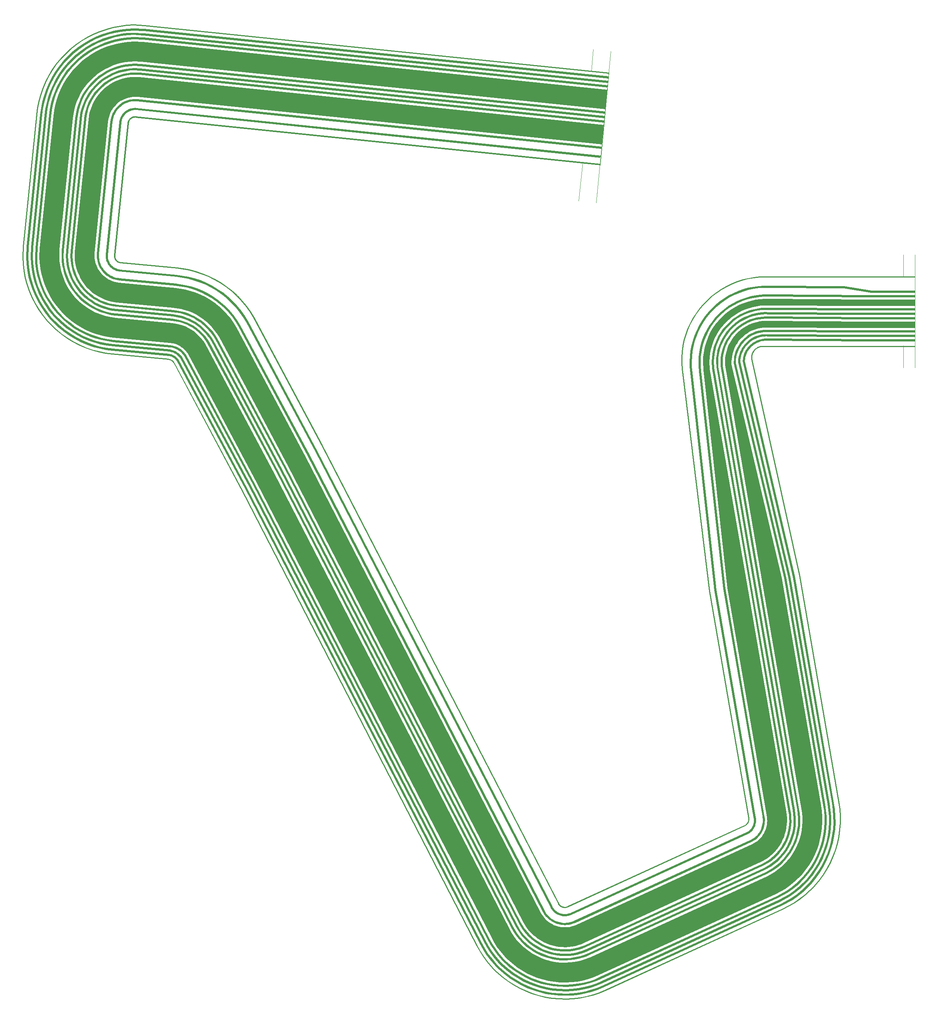
<source format=gbr>
G04 AutoGERB 2.0 for AutoCAD 14*
G04 RS274-X Output *
%FSLAX34Y34*%
%MOMM*%
%ADD12C,0.005000*%
%ADD13C,0.007000*%
G36*X2193843Y1606651D02*X2095245Y1606651D01*X2032752Y1616935*X1864091Y1617883*X1864120Y1622882*X2033175Y1621932*X2095654Y1611650*X2193843Y1611650*X2193843Y1606651*G37*G36*X1864091Y1617883D02*X1852265Y1617948D01*X1840549Y1617197*X1828914Y1615632*X1817415Y1613263*X1806110Y1610098*X1795052Y1606157*X1784295Y1601455*X1773891Y1596016*X1763890Y1589867*X1754341Y1583038*X1745290Y1575561*X1736781Y1567472*X1728856Y1558812*X1721551Y1549621*X1714903Y1539945*X1708945Y1529830*X1703704Y1519324*X1699207Y1508480*X1695474Y1497349*X1692525Y1485986*X1690373Y1474445*X1689029Y1462783*X1688500Y1451055*X1688786Y1439327*X1690208Y1425272*X1744671Y934153*X1833455Y419206*X1828528Y418357*X1739718Y933452*X1685235Y1424745*X1683793Y1439014*X1683497Y1451106*X1684042Y1463182*X1685426Y1475190*X1687642Y1487073*X1690679Y1498774*X1694522Y1510235*X1699153Y1521401*X1704548Y1532217*X1710684Y1542632*X1717528Y1552596*X1725049Y1562059*X1733210Y1570977*X1741971Y1579304*X1751290Y1587003*X1761123Y1594036*X1771420Y1600367*X1782132Y1605966*X1793209Y1610808*X1804595Y1614867*X1816236Y1618124*X1828075Y1620565*X1840056Y1622176*X1852118Y1622949*X1864119Y1622882*X1864091Y1617883*G37*G36*X1833454Y419213D02*X1833854Y416934D01*X1834103Y414544*X1834185Y412144*X1834100Y409744*X1833849Y407356*X1833431Y404991*X1832851Y402661*X1832109Y400376*X1831212Y398150*X1830161Y395990*X1828963Y393909*X1827622Y391916*X1826146Y390021*X1824542Y388234*X1822818Y386563*X1820982Y385016*X1819014Y383578*X1815313Y381397*X1415766Y198547*X1413471Y197594*X1411078Y196791*X1408632Y196155*X1406150Y195691*X1403640Y195401*X1401118Y195286*X1398593Y195346*X1396077Y195583*X1393584Y195994*X1391127Y196577*X1388716Y197329*X1386363Y198247*X1384079Y199327*X1381875Y200563*X1379764Y201949*X1377754Y203479*X1375856Y205144*X1374077Y206938*X1372427Y208852*X1370915Y210874*X1369541Y213006*X1368114Y215652*X836140Y1246435*X679193Y1539851*X671802Y1551958*X663596Y1563509*X654605Y1574461*X644876Y1584762*X634454Y1594361*X623389Y1603212*X611736Y1611272*X599550Y1618502*X586891Y1624868*X573820Y1630338*X560400Y1634885*X546732Y1638478*X520629Y1642629*X393451Y1654541*X390988Y1654861*X388513Y1655359*X386077Y1656028*X383693Y1656866*X381375Y1657867*X379131Y1659026*X376973Y1660339*X374913Y1661799*X372958Y1663398*X371119Y1665130*X369405Y1666985*X367825Y1668955*X366385Y1671031*X365093Y1673201*X363955Y1675456*X362977Y1677784*X362163Y1680175*X361516Y1682617*X361043Y1685098*X360742Y1687605*X360615Y1690147*X360739Y1693705*X391358Y1992292*X391655Y1994736*X392133Y1997215*X392783Y1999656*X393600Y2002045*X394582Y2004372*X395724Y2006625*X397019Y2008792*X398461Y2010865*X400045Y2012833*X401762Y2014685*X403603Y2016414*X405560Y2018010*X407623Y2019466*X409782Y2020775*X412027Y2021931*X414348Y2022929*X416732Y2023761*X419168Y2024427*X421645Y2024921*X424149Y2025242*X426694Y2025390*X430533Y2025272*X1481925Y1917440*X1481414Y1912467*X430200Y2020279*X426761Y2020385*X424612Y2020261*X422452Y2019984*X420317Y2019558*X418217Y2018984*X416161Y2018266*X414162Y2017406*X412225Y2016410*X410364Y2015281*X408585Y2014025*X406898Y2012649*X405311Y2011158*X403830Y2009562*X402466Y2007866*X401222Y2006079*X400105Y2004210*X399121Y2002267*X398275Y2000262*X397570Y1998201*X397010Y1996098*X396598Y1993959*X396327Y1991735*X365730Y1693362*X365620Y1690184*X365727Y1688028*X365986Y1685865*X366395Y1683728*X366952Y1681622*X367654Y1679561*X368498Y1677553*X369478Y1675608*X370592Y1673738*X371834Y1671948*X373196Y1670250*X374674Y1668651*X376259Y1667157*X377944Y1665778*X379722Y1664520*X381582Y1663387*X383516Y1662388*X385516Y1661525*X387570Y1660803*X389670Y1660226*X391805Y1659796*X394006Y1659510*X521256Y1647592*X547763Y1643377*X561839Y1639676*X575589Y1635017*X588982Y1629413*X601951Y1622891*X614437Y1615483*X626376Y1607225*X637713Y1598156*X648391Y1588321*X658360Y1577768*X667571Y1566546*X675979Y1554711*X683534Y1542334*X840567Y1248760*X1372537Y217985*X1373850Y215551*X1375024Y213729*X1376328Y211985*X1377750Y210335*X1379283Y208789*X1380921Y207352*X1382653Y206034*X1384474Y204838*X1386374Y203772*X1388342Y202842*X1390371Y202050*X1392450Y201402*X1394569Y200899*X1396718Y200544*X1398886Y200341*X1401063Y200289*X1403239Y200388*X1405403Y200638*X1407543Y201038*X1409651Y201586*X1411716Y202279*X1413767Y203130*X1812998Y385836*X1816263Y387761*X1817893Y388951*X1819463Y390274*X1820937Y391703*X1822309Y393232*X1823571Y394851*X1824716Y396556*X1825742Y398335*X1826639Y400181*X1827408Y402085*X1828042Y404038*X1828538Y406030*X1828894Y408053*X1829109Y410095*X1829182Y412147*X1829112Y414199*X1828899Y416241*X1828529Y418349*X1833454Y419213*G37*G36*X2193843Y1596651D02*X2084362Y1596651D01*X2084363Y1601650*X2193843Y1601650*X2193843Y1596651*G37*G36*X2084362Y1596651D02*X2083416Y1596651D01*X1863620Y1597886*X1863649Y1602885*X2083431Y1601650*X2084362Y1601650*X2084362Y1596651*G37*G36*X1863615Y1597886D02*X1853180Y1597966D01*X1842852Y1597327*X1832593Y1595970*X1822454Y1593904*X1812482Y1591138*X1802727Y1587685*X1793237Y1583561*X1784055Y1578788*X1775227Y1573387*X1766797Y1567386*X1758805Y1560814*X1751288Y1553700*X1744285Y1546083*X1737829Y1537996*X1731950Y1529480*X1726678Y1520575*X1722038Y1511325*X1718052Y1501776*X1714741Y1491972*X1712119Y1481961*X1710199Y1471792*X1708992Y1461515*X1708502Y1451179*X1708732Y1440836*X1709783Y1429715*X1764380Y937551*X1853108Y422929*X1848181Y422080*X1759427Y936850*X1704810Y1429204*X1703737Y1440545*X1703499Y1451242*X1704005Y1461926*X1705254Y1472549*X1707238Y1483060*X1709948Y1493407*X1713371Y1503541*X1717491Y1513412*X1722287Y1522972*X1727737Y1532177*X1733812Y1540979*X1740486Y1549338*X1747725Y1557213*X1755494Y1564565*X1763756Y1571359*X1772470Y1577562*X1781594Y1583143*X1791084Y1588078*X1800894Y1592340*X1810977Y1595909*X1821285Y1598769*X1831766Y1600905*X1842369Y1602306*X1853045Y1602967*X1863654Y1602885*X1863615Y1597886*G37*G36*X1853110Y422916D02*X1853721Y419260D01*X1854083Y415485*X1854183Y411693*X1854018Y407903*X1853591Y404134*X1852902Y400404*X1851955Y396730*X1850756Y393132*X1849308Y389626*X1847621Y386228*X1845701Y382957*X1843558Y379827*X1841203Y376853*X1838647Y374050*X1835902Y371432*X1832982Y369011*X1829871Y366779*X1823948Y363354*X1424081Y180358*X1420503Y178871*X1416789Y177624*X1412998Y176637*X1409147Y175917*X1405256Y175466*X1401342Y175287*X1397425Y175380*X1393524Y175747*X1389659Y176383*X1385846Y177286*X1382106Y178453*X1378457Y179876*X1374915Y181550*X1371498Y183467*X1368222Y185616*X1365104Y187987*X1362159Y190570*X1359399Y193352*X1356841Y196319*X1354494Y199456*X1352368Y202755*X1350245Y206668*X818435Y1237132*X661665Y1530216*X654987Y1541126*X647575Y1551534*X639456Y1561402*X630672Y1570681*X621263Y1579326*X611276Y1587296*X600758Y1594552*X589762Y1601060*X578340Y1606787*X566547Y1611705*X554440Y1615792*X542114Y1619018*X518769Y1622716*X391579Y1634629*X387736Y1635126*X383895Y1635899*X380118Y1636937*X376422Y1638234*X372824Y1639786*X369345Y1641584*X365997Y1643620*X362800Y1645883*X359768Y1648364*X356915Y1651049*X354257Y1653927*X351804Y1656981*X349571Y1660200*X347567Y1663566*X345801Y1667062*X344283Y1670674*X343020Y1674383*X342017Y1678169*X341281Y1682017*X340814Y1685907*X340617Y1689840*X340828Y1695595*X371448Y1994195*X371927Y1998023*X372681Y2001867*X373701Y2005648*X374981Y2009350*X376517Y2012954*X378299Y2016442*X380318Y2019798*X382568Y2023006*X385034Y2026049*X387706Y2028913*X390570Y2031585*X393614Y2034051*X396822Y2036299*X400178Y2038318*X403666Y2040101*X407270Y2041635*X410972Y2042915*X414754Y2043935*X418598Y2044688*X422485Y2045174*X426420Y2045389*X432423Y2045182*X1483966Y1937336*X1483455Y1932363*X432082Y2040191*X426471Y2040384*X422932Y2040191*X419389Y2039749*X415887Y2039062*X412441Y2038132*X409069Y2036966*X405785Y2035568*X402607Y2033945*X399549Y2032104*X396625Y2030056*X393853Y2027810*X391243Y2025376*X388809Y2022766*X386561Y2019993*X384513Y2017071*X382672Y2014013*X381048Y2010835*X379650Y2007551*X378484Y2004179*X377554Y2000732*X376866Y1997230*X376417Y1993630*X345819Y1695248*X345622Y1689873*X345799Y1686330*X346224Y1682786*X346896Y1679280*X347809Y1675830*X348960Y1672451*X350342Y1669161*X351952Y1665975*X353778Y1662907*X355813Y1659976*X358048Y1657192*X360470Y1654570*X363069Y1652123*X365831Y1649864*X368744Y1647801*X371794Y1645947*X374965Y1644309*X378243Y1642895*X381611Y1641712*X385052Y1640766*X388551Y1640063*X392134Y1639598*X519394Y1627679*X543141Y1623917*X555875Y1620585*X568312Y1616386*X580425Y1611334*X592159Y1605451*X603455Y1598767*X614259Y1591313*X624518Y1583125*X634183Y1574244*X643207Y1564713*X651546Y1554577*X659160Y1543885*X666006Y1532703*X822862Y1239457*X1354664Y209007*X1356673Y205306*X1358603Y202311*X1360740Y199452*X1363072Y196749*X1365586Y194215*X1368269Y191862*X1371111Y189701*X1374095Y187742*X1377208Y185997*X1380436Y184471*X1383761Y183174*X1387169Y182111*X1390642Y181288*X1394165Y180708*X1397718Y180375*X1401287Y180290*X1404853Y180453*X1408398Y180864*X1411907Y181520*X1415362Y182419*X1418746Y183556*X1422082Y184941*X1821651Y367801*X1827156Y370984*X1829925Y372972*X1832577Y375171*X1835070Y377549*X1837392Y380094*X1839531Y382794*X1841476Y385638*X1843220Y388609*X1844753Y391695*X1846067Y394879*X1847156Y398147*X1848017Y401483*X1848642Y404871*X1849031Y408294*X1849180Y411736*X1849090Y415180*X1848760Y418609*X1848179Y422093*X1853110Y422916*G37*G36*X2193843Y1496651D02*X2084460Y1496651D01*X2084461Y1501650*X2193843Y1501650*X2193843Y1496651*G37*G36*X2084460Y1496651D02*X2083033Y1496651D01*X1860686Y1497900*X1857176Y1498021*X1853789Y1497901*X1850418Y1497546*X1847079Y1496958*X1843790Y1496139*X1840567Y1495092*X1837423Y1493825*X1834375Y1492342*X1831437Y1490650*X1828625Y1488759*X1825951Y1486676*X1823428Y1484413*X1821069Y1481979*X1818884Y1479387*X1816886Y1476649*X1815081Y1473780*X1813482Y1470791*X1812094Y1467699*X1810924Y1464518*X1809979Y1461263*X1809269Y1457985*X1808587Y1452061*X1922029Y964882*X2010521Y451626*X2012750Y436929*X2013957Y422051*X2014126Y407126*X2013256Y392224*X2011353Y377418*X2008424Y362782*X2004485Y348384*X1999553Y334295*X1993655Y320584*X1986816Y307315*X1979072Y294554*X1970458Y282363*X1961018Y270800*X1950797Y259922*X1939843Y249781*X1928211Y240426*X1915927Y231881*X1892035Y218555*X1490630Y34854*X1476772Y29092*X1462506Y24293*X1447941Y20499*X1433146Y17726*X1418195Y15990*X1403160Y15297*X1388113Y15651*X1373126Y17051*X1358274Y19491*X1343627Y22956*X1329256Y27432*X1315232Y32897*X1301621Y39323*X1288490Y46681*X1275904Y54934*X1263921Y64042*X1252601Y73962*X1241998Y84645*X1232164Y96039*X1223146Y108090*X1214987Y120740*X1207594Y134199*X676794Y1162706*X521881Y1452318*X520988Y1453658*X519983Y1454958*X518890Y1456186*X517714Y1457336*X516462Y1458400*X515139Y1459374*X513749Y1460255*X512303Y1461037*X510807Y1461716*X509266Y1462289*X507689Y1462754*X506097Y1463105*X503921Y1463406*X376622Y1475329*X361738Y1477253*X346981Y1480216*X332466Y1484198*X318263Y1489178*X304441Y1495136*X291066Y1502040*X278205Y1509857*X265918Y1518550*X254265Y1528076*X243302Y1538389*X233084Y1549440*X223659Y1561176*X215073Y1573537*X207366Y1586466*X200579Y1599900*X194741Y1613773*X189883Y1628019*X186028Y1642568*X183193Y1657349*X181393Y1672293*X180635Y1687351*X181589Y1711188*X212214Y2009848*X214168Y2024719*X217161Y2039470*X221172Y2053977*X226183Y2068169*X232169Y2081978*X239100Y2095338*X246944Y2108183*X255663Y2120452*X265212Y2132084*X275549Y2143025*X286621Y2153220*X298375Y2162620*X310754Y2171180*X323699Y2178859*X337146Y2185619*X351032Y2191427*X365287Y2196255*X379843Y2200082*X394631Y2202885*X409577Y2204653*X424635Y2205380*X448019Y2204422*X1500290Y2096501*X1499779Y2091528*X447662Y2199433*X424654Y2200375*X409992Y2199668*X395392Y2197940*X380946Y2195201*X366726Y2191464*X352801Y2186748*X339237Y2181074*X326100Y2174470*X313455Y2166969*X301362Y2158607*X289880Y2149423*X279064Y2139464*X268967Y2128777*X259638Y2117413*X251121Y2105428*X243459Y2092881*X236688Y2079829*X230840Y2066340*X225945Y2052476*X222026Y2038305*X219103Y2023896*X217181Y2009267*X186578Y1710833*X185640Y1687376*X186378Y1672718*X188136Y1658120*X190905Y1643681*X194672Y1629468*X199418Y1615552*X205120Y1601999*X211751Y1588877*X219278Y1576246*X227666Y1564171*X236873Y1552707*X246855Y1541912*X257564Y1531837*X268947Y1522531*X280950Y1514040*X293515Y1506403*X306580Y1499659*X320082Y1493839*X333957Y1488973*X348136Y1485083*X362551Y1482190*X377175Y1480300*X504496Y1468373*X506978Y1468030*X508936Y1467599*X510847Y1467036*X512714Y1466341*X514528Y1465518*X516280Y1464570*X517962Y1463505*X519567Y1462323*X521085Y1461033*X522509Y1459641*X523834Y1458153*X525051Y1456577*X526176Y1454891*X681221Y1165031*X1212007Y136550*X1219284Y123301*X1227253Y110947*X1236063Y99174*X1245669Y88044*X1256028Y77607*X1267086Y67917*X1278791Y59019*X1291087Y50958*X1303914Y43770*X1317209Y37492*X1330909Y32155*X1344948Y27781*X1359255Y24396*X1373765Y22014*X1388404Y20646*X1403103Y20300*X1417792Y20977*X1432397Y22673*X1446848Y25382*X1461077Y29088*X1475013Y33775*X1488629Y39437*X1889774Y223018*X1913276Y236128*X1925214Y244431*X1936574Y253568*X1947272Y263473*X1957255Y274097*X1966475Y285390*X1974887Y297297*X1982451Y309760*X1989130Y322719*X1994892Y336112*X1999708Y349871*X2003555Y363933*X2006416Y378229*X2008275Y392689*X2009125Y407243*X2008960Y421820*X2007781Y436352*X2005586Y450827*X1917126Y963889*X1803520Y1451772*X1804330Y1458802*X1805128Y1462490*X1806171Y1466081*X1807461Y1469588*X1808991Y1472998*X1810756Y1476293*X1812745Y1479458*X1814949Y1482476*X1817358Y1485334*X1819959Y1488018*X1822742Y1490515*X1825690Y1492810*X1828792Y1494897*X1832030Y1496761*X1835392Y1498398*X1838858Y1499795*X1842413Y1500948*X1846040Y1501851*X1849721Y1502501*X1853438Y1502892*X1857173Y1503024*X1860787Y1502899*X2083048Y1501650*X2084460Y1501650*X2084460Y1496651*G37*G36*X2193843Y1506651D02*X2084451Y1506651D01*X2084452Y1511650*X2193843Y1511650*X2193843Y1506651*G37*G36*X2084451Y1506651D02*X2083072Y1506651D01*X1861052Y1507899*X1856853Y1508020*X1852771Y1507853*X1848710Y1507403*X1844691Y1506672*X1840732Y1505663*X1836853Y1504382*X1833073Y1502834*X1829409Y1501026*X1825879Y1498969*X1822502Y1496671*X1819293Y1494142*X1816266Y1491397*X1813438Y1488449*X1810823Y1485311*X1808431Y1481999*X1806276Y1478528*X1804368Y1474915*X1802715Y1471180*X1801326Y1467337*X1800207Y1463408*X1799365Y1459411*X1798805Y1455382*X1798504Y1449848*X1912174Y963184*X2000679Y449855*X2002809Y435847*X2003964Y421663*X2004130Y407433*X2003306Y393226*X2001497Y379110*X1998710Y365155*X1994959Y351427*X1990262Y337993*X1984643Y324918*X1978127Y312267*X1970748Y300098*X1962541Y288472*X1953545Y277445*X1943803Y267070*X1933365Y257398*X1922278Y248475*X1910567Y240325*X1887802Y227615*X1486470Y43948*X1473255Y38453*X1459648Y33876*X1445755Y30257*X1431645Y27613*X1417387Y25957*X1403046Y25296*X1388695Y25634*X1374401Y26970*X1360235Y29297*X1346265Y32602*X1332559Y36871*X1319183Y42083*X1306202Y48213*X1293679Y55230*X1281673Y63102*X1270244Y71789*X1259447Y81251*X1249335Y91439*X1239956Y102307*X1231355Y113800*X1223573Y125866*X1216502Y138741*X685646Y1167358*X530559Y1457298*X529291Y1459237*X527877Y1461102*X526339Y1462864*X524680Y1464514*X522912Y1466047*X521041Y1467451*X519077Y1468722*X517029Y1469853*X514907Y1470840*X512722Y1471677*X510484Y1472359*X508222Y1472880*X504843Y1473363*X377557Y1485285*X363362Y1487120*X349288Y1489946*X335443Y1493744*X321897Y1498495*X308714Y1504176*X295958Y1510761*X283691Y1518217*X271972Y1526508*X260858Y1535594*X250403Y1545431*X240657Y1555971*X231668Y1567164*X223479Y1578954*X216129Y1591285*X209655Y1604098*X204087Y1617330*X199454Y1630917*X195777Y1644793*X193073Y1658892*X191356Y1673144*X190634Y1687508*X191540Y1710202*X222165Y2008860*X224026Y2023042*X226879Y2037111*X230703Y2050946*X235480Y2064483*X241186Y2077655*X247795Y2090399*X255275Y2102651*X263588Y2114353*X272695Y2125450*X282552Y2135886*X293111Y2145611*X304320Y2154579*X316126Y2162745*X328471Y2170071*X341295Y2176520*X354538Y2182061*X368133Y2186669*X382016Y2190320*X396119Y2192997*X410375Y2194685*X424737Y2195381*X447033Y2194471*X1499270Y2086553*X1498759Y2081580*X446676Y2189482*X424756Y2190376*X410790Y2189700*X396880Y2188052*X383119Y2185441*X369574Y2181878*X356307Y2177382*X343386Y2171975*X330872Y2165682*X318827Y2158534*X307307Y2150566*X296370Y2141816*X286067Y2132327*X276450Y2122143*X267563Y2111316*X259452Y2099898*X252154Y2087942*X245705Y2075508*X240137Y2062656*X235476Y2049447*X231744Y2035946*X228961Y2022219*X227132Y2008279*X196529Y1709847*X195639Y1687533*X196341Y1673569*X198016Y1659663*X200654Y1645906*X204243Y1632366*X208764Y1619109*X214196Y1606197*X220514Y1593696*X227684Y1581663*X235675Y1570159*X244446Y1559238*X253956Y1548954*X264157Y1539355*X275001Y1530489*X286436Y1522400*X298407Y1515124*X310853Y1508699*X323716Y1503156*X336934Y1498519*X350443Y1494813*X364175Y1492057*X378110Y1490256*X505430Y1478330*X509139Y1477799*X511775Y1477192*X514347Y1476408*X516858Y1475447*X519294Y1474314*X521646Y1473015*X523904Y1471554*X526053Y1469940*X528085Y1468181*X529990Y1466285*X531758Y1464261*X533382Y1462118*X534864Y1459849*X690073Y1169683*X1220915Y141092*X1227870Y128427*X1235462Y116657*X1243855Y105442*X1253006Y94838*X1262874Y84896*X1273409Y75664*X1284560Y67187*X1296274Y59507*X1308495Y52660*X1321160Y46678*X1334212Y41594*X1347586Y37427*X1361216Y34202*X1375040Y31933*X1388986Y30629*X1402989Y30299*X1416982Y30944*X1430896Y32560*X1444664Y35140*X1458219Y38671*X1471496Y43136*X1484469Y48531*X1885539Y232078*X1907914Y244570*X1919279Y252480*X1930094Y261185*X1940278Y270619*X1949780Y280740*X1958556Y291497*X1966563Y302839*X1973762Y314710*X1980118Y327053*X1985599Y339808*X1990182Y352912*X1993841Y366304*X1996560Y379919*X1998325Y393689*X1999129Y407548*X1998967Y421430*X1997840Y435268*X1995744Y449054*X1907271Y962189*X1793473Y1449407*X1793824Y1455863*X1794436Y1460272*X1795350Y1464609*X1796565Y1468874*X1798072Y1473043*X1799865Y1477098*X1801937Y1481017*X1804276Y1484784*X1806870Y1488378*X1809709Y1491784*X1812779Y1494984*X1816062Y1497963*X1819545Y1500706*X1823210Y1503200*X1827040Y1505433*X1831016Y1507395*X1835120Y1509075*X1839329Y1510466*X1843626Y1511561*X1847987Y1512354*X1852394Y1512842*X1856824Y1513023*X1861139Y1512898*X2083087Y1511650*X2084451Y1511650*X2084451Y1506651*G37*G36*X2193843Y1516651D02*X2084442Y1516651D01*X2084443Y1521650*X2193843Y1521650*X2193843Y1516651*G37*G36*X2084442Y1516651D02*X2083112Y1516651D01*X1861394Y1517897*X1856503Y1518017*X1851727Y1517802*X1846977Y1517256*X1842277Y1516381*X1837648Y1515180*X1833114Y1513661*X1828698Y1511830*X1824419Y1509697*X1820299Y1507271*X1816358Y1504565*X1812614Y1501590*X1809086Y1498363*X1805791Y1494899*X1802745Y1491213*X1799963Y1487325*X1797458Y1483252*X1795242Y1479015*X1793327Y1474635*X1791720Y1470131*X1790430Y1465527*X1789465Y1460845*X1788831Y1456141*X1788525Y1447604*X1902320Y961485*X1990837Y448082*X1992868Y434763*X1993971Y421274*X1994135Y407739*X1993356Y394226*X1991640Y380800*X1988994Y367527*X1985432Y354468*X1980970Y341689*X1975630Y329252*X1969439Y317216*X1962425Y305640*X1954622Y294579*X1946070Y284088*X1936809Y274217*X1926883Y265015*X1916343Y256524*X1905206Y248766*X1883567Y236674*X1482311Y53042*X1469737Y47814*X1456790Y43459*X1443571Y40016*X1430145Y37500*X1416576Y35924*X1402932Y35296*X1389276Y35617*X1375675Y36888*X1362196Y39102*X1348903Y42248*X1335862Y46311*X1323134Y51270*X1310782Y57102*X1298865Y63780*X1287443Y71270*X1276568Y79536*X1266294Y88539*X1256673Y98234*X1247748Y108575*X1239564Y119511*X1232159Y130992*X1225412Y143284*X694499Y1172009*X539255Y1462239*X537619Y1464778*X535800Y1467208*X533816Y1469507*X531679Y1471662*X529396Y1473662*X526980Y1475500*X524441Y1477164*X521793Y1478648*X519048Y1479945*X516221Y1481048*X513322Y1481951*X510390Y1482645*X505767Y1483320*X378491Y1495242*X364987Y1496987*X351594Y1499677*X338421Y1503290*X325532Y1507811*X312988Y1513217*X300850Y1519483*X289178Y1526577*X278026Y1534467*X267452Y1543113*X257503Y1552472*X248230Y1562502*X239677Y1573152*X231885Y1584371*X224891Y1596104*X218731Y1608297*X213434Y1620887*X209025Y1633815*X205526Y1647019*X202954Y1660434*X201320Y1673996*X200633Y1687663*X201492Y1709218*X232116Y2007872*X233884Y2021365*X236597Y2034751*X240233Y2047918*X244777Y2060799*X250204Y2073334*X256491Y2085459*X263606Y2097120*X271515Y2108256*X280178Y2118816*X289555Y2128748*X299601Y2138004*X310265Y2146538*X321498Y2154311*X333243Y2161283*X345445Y2167422*X358044Y2172697*X370980Y2177083*X384189Y2180559*X397609Y2183108*X411172Y2184717*X424840Y2185381*X446049Y2184519*X1498249Y2076605*X1497738Y2071632*X445692Y2179530*X424859Y2180376*X411589Y2179732*X398370Y2178163*X385294Y2175680*X372421Y2172292*X359815Y2168018*X347536Y2162877*X335646Y2156894*X324199Y2150100*X313254Y2142525*X302860Y2134209*X293072Y2125189*X283933Y2115511*X275490Y2105219*X267783Y2094367*X260850Y2083004*X254723Y2071187*X249434Y2058972*X245006Y2046419*X241462Y2033588*X238819Y2020542*X237083Y2007293*X206481Y1708863*X205638Y1687690*X206305Y1674421*X207897Y1661205*X210403Y1648132*X213814Y1635264*X218111Y1622666*X223272Y1610396*X229276Y1598515*X236090Y1587080*X243684Y1576147*X252019Y1565769*X261056Y1555995*X270751Y1546874*X281057Y1538448*X291923Y1530760*X303299Y1523846*X315127Y1517740*X327351Y1512472*X339912Y1508065*X352749Y1504544*X365800Y1501924*X379044Y1500213*X506362Y1488287*X511329Y1487560*X514643Y1486776*X517874Y1485769*X521027Y1484540*X524086Y1483095*X527038Y1481441*X529867Y1479585*X532561Y1477537*X535106Y1475307*X537489Y1472904*X539699Y1470343*X541726Y1467633*X543568Y1464778*X698926Y1174334*X1229825Y145633*X1236456Y133553*X1243671Y122368*X1251647Y111710*X1260344Y101633*X1269721Y92184*X1279733Y83411*X1290330Y75355*X1301462Y68057*X1313075Y61549*X1325111Y55865*X1337515Y51032*X1350224Y47073*X1363179Y44007*X1376314Y41851*X1389567Y40612*X1402875Y40299*X1416173Y40911*X1429396Y42447*X1442480Y44899*X1455361Y48254*X1467978Y52497*X1480310Y57625*X1881304Y241137*X1902551Y253011*X1913342Y260527*X1923612Y268800*X1933282Y277766*X1942305Y287383*X1950637Y297604*X1958238Y308379*X1965072Y319659*X1971105Y331385*X1976307Y343502*X1980655Y355951*X1984125Y368674*X1986703Y381607*X1988375Y394687*X1989134Y407852*X1988974Y421039*X1987899Y434182*X1985902Y447281*X1897417Y960490*X1783504Y1447115*X1783844Y1456566*X1784532Y1461684*X1785569Y1466708*X1786953Y1471648*X1788676Y1476478*X1790731Y1481178*X1793109Y1485723*X1795796Y1490092*X1798780Y1494264*X1802048Y1498218*X1805583Y1501934*X1809367Y1505397*X1813383Y1508588*X1817612Y1511492*X1822032Y1514094*X1826623Y1516383*X1831361Y1518346*X1836225Y1519977*X1841190Y1521264*X1846232Y1522203*X1851328Y1522789*X1856452Y1523020*X1861469Y1522896*X2083127Y1521650*X2084442Y1521650*X2084442Y1516651*G37*G36*X2193843Y1576651D02*X2084378Y1576651D01*X2084381Y1591650*X2193843Y1591650*X2193843Y1576651*G37*G36*X2084378Y1576651D02*X2083347Y1576651D01*X1863224Y1577887*X1863311Y1592886*X2083390Y1591650*X2084378Y1591650*X2084378Y1576651*G37*G36*X1863192Y1577887D02*X1853976Y1577977D01*X1845036Y1577442*X1836155Y1576285*X1827375Y1574514*X1818740Y1572137*X1810292Y1569165*X1802070Y1565612*X1794116Y1561497*X1786467Y1556839*X1779160Y1551659*X1772231Y1545984*X1765714Y1539841*X1759639Y1533260*X1754038Y1526271*X1748935Y1518910*X1744357Y1511213*X1740325Y1503215*X1736859Y1494957*X1733976Y1486477*X1731690Y1477818*X1730012Y1469020*X1728949Y1460128*X1728513Y1451307*X1729459Y1433613*X1821030Y903260*X1902337Y431683*X1903387Y425150*X1904039Y417907*X1904186Y410634*X1903826Y403372*X1902964Y396149*X1901600Y389005*X1899743Y381971*X1897400Y375084*X1894585Y368378*X1891311Y361886*X1887593Y355634*X1883447Y349655*X1878898Y343982*X1873966Y338638*X1868672Y333649*X1863045Y329041*X1856846Y324647*X1845939Y318430*X1444559Y134742*X1438084Y132051*X1431070Y129693*X1423910Y127830*X1416641Y126470*X1409291Y125617*X1401902Y125278*X1394506Y125453*X1387139Y126144*X1379840Y127344*X1372642Y129049*X1365580Y131250*X1358687Y133937*X1351996Y137098*X1345544Y140716*X1339358Y144773*X1333470Y149252*X1327908Y154127*X1322697Y159379*X1317864Y164981*X1313434Y170903*X1309401Y177158*X1305801Y183761*X774172Y1213873*X618033Y1505778*X613107Y1513788*X607698Y1521349*X601775Y1528516*X595368Y1535254*X588509Y1541531*X581230Y1547314*X573566Y1552578*X565555Y1557296*X557234Y1561445*X548646Y1565006*X539830Y1567960*X531137Y1570215*X513490Y1572991*X386556Y1584881*X379602Y1585780*X372348Y1587238*X365215Y1589197*X358236Y1591646*X351443Y1594575*X344869Y1597969*X338547Y1601815*X332511Y1606088*X326785Y1610769*X321398Y1615840*X316375Y1621273*X311745Y1627041*X307525Y1633118*X303740Y1639474*X300404Y1646076*X297537Y1652898*X295151Y1659898*X293257Y1667048*X291865Y1674315*X290982Y1681660*X290601Y1689256*X291005Y1699876*X321717Y1999375*X322588Y2006210*X324032Y2013466*X325977Y2020602*X328412Y2027586*X331328Y2034385*X334710Y2040963*X338541Y2047293*X342804Y2053338*X347474Y2059073*X352535Y2064469*X357957Y2069501*X363716Y2074143*X369785Y2078374*X376132Y2082171*X382728Y2085520*X389543Y2088400*X396539Y2090800*X403687Y2092707*X410947Y2094112*X418289Y2095010*X425896Y2095406*X436694Y2095007*X1489069Y1987075*X1484469Y1942311*X433565Y2050092*X426235Y2050363*X422196Y2050153*X417964Y2049635*X413774Y2048824*X409656Y2047725*X405622Y2046341*X401695Y2044681*X397893Y2042752*X394234Y2040563*X390737Y2038124*X387416Y2035448*X384290Y2032548*X381375Y2029438*X378681Y2026131*X376224Y2022646*X374017Y2019000*X372067Y2015206*X370387Y2011289*X368982Y2007261*X367861Y2003147*X367029Y1998965*X366426Y1994234*X335918Y1696721*X335644Y1689527*X335847Y1685477*X336356Y1681242*X337158Y1677055*X338250Y1672933*X339626Y1668895*X341279Y1664965*X343201Y1661159*X345384Y1657495*X347816Y1653992*X350486Y1650666*X353379Y1647535*X356484Y1644614*X359786Y1641913*X363268Y1639448*X366910Y1637234*X370698Y1635278*X374615Y1633589*X378640Y1632176*X382753Y1631047*X386931Y1630207*X391543Y1629610*X519091Y1617664*X540306Y1614326*X552645Y1611125*X564431Y1607175*X575915Y1602414*X587038Y1596867*X597751Y1590559*X607997Y1583521*X617730Y1575788*X626901Y1567397*X635466Y1558389*X643385Y1548806*X650618Y1538695*X657074Y1528197*X814009Y1234806*X1345554Y204854*X1348118Y200153*X1350405Y196606*X1352961Y193190*X1355746Y189960*X1358749Y186934*X1361957Y184121*X1365351Y181540*X1368917Y179201*X1372637Y177115*X1376492Y175294*X1380465Y173745*X1384537Y172476*X1388687Y171493*X1392896Y170801*X1397141Y170404*X1401403Y170303*X1405664Y170498*X1409900Y170989*X1414093Y171775*X1418221Y172848*X1422261Y174206*X1426556Y175991*X1825394Y358517*X1832633Y362642*X1835744Y364848*X1838949Y367472*X1841961Y370311*X1844769Y373353*X1847360Y376584*X1849718Y379985*X1851834Y383543*X1853698Y387241*X1855301Y391059*X1856634Y394978*X1857691Y398980*X1858467Y403046*X1858959Y407157*X1859163Y411293*X1859080Y415432*X1858708Y419557*X1857948Y424292*X1769209Y938974*X1714510Y1432248*X1713494Y1451276*X1713992Y1461389*X1715179Y1471319*X1717053Y1481143*X1719607Y1490812*X1722826Y1500280*X1726696Y1509502*X1731198Y1518432*X1736310Y1527027*X1742007Y1535246*X1748262Y1543049*X1755045Y1550398*X1762322Y1557257*X1770059Y1563594*X1778218Y1569378*X1786759Y1574580*X1795641Y1579175*X1804821Y1583142*X1814255Y1586460*X1823898Y1589115*X1833700Y1591092*X1843617Y1592383*X1853601Y1592982*X1863339Y1592886*X1863192Y1577887*G37*G36*X2193843Y1526651D02*X2084428Y1526651D01*X2084431Y1541650*X2193843Y1541650*X2193843Y1526651*G37*G36*X2084428Y1526651D02*X2083156Y1526651D01*X1861805Y1527894*X1856015Y1528009*X1850546Y1527736*X1845107Y1527083*X1839728Y1526054*X1834434Y1524653*X1829249Y1522887*X1824199Y1520765*X1819310Y1518298*X1814605Y1515496*X1810105Y1512374*X1805833Y1508946*X1801811Y1505229*X1798056Y1501241*X1794587Y1497002*X1791422Y1492532*X1788576Y1487853*X1786062Y1482989*X1783892Y1477959*X1782077Y1472791*X1780626Y1467511*X1779546Y1462142*X1778842Y1456710*X1778519Y1451273*X1778637Y1444901*X1892392Y960207*X1981054Y445971*X1982918Y433852*X1983983Y421056*X1984155Y408217*X1983434Y395397*X1981824Y382658*X1979330Y370062*X1975968Y357670*X1971751Y345542*X1966702Y333736*X1960844Y322311*X1954205Y311320*X1946818Y300818*X1938718Y290854*X1929945Y281477*X1920542Y272735*X1910553Y264667*X1899756Y257124*X1879918Y246001*X1477835Y61991*X1466221Y57162*X1453932Y53029*X1441385Y49761*X1428642Y47375*X1415765Y45879*X1402813Y45283*X1389853Y45589*X1376944Y46795*X1364150Y48897*X1351534Y51883*X1339156Y55739*X1327077Y60447*X1315354Y65982*X1304043Y72321*X1293202Y79431*X1282881Y87277*X1273131Y95821*X1263999Y105023*X1255528Y114838*X1247761Y125218*X1240723Y136130*X1234486Y147506*X703352Y1176660*X548113Y1466882*X546133Y1470023*X543931Y1473032*X541524Y1475880*X538924Y1478555*X536142Y1481045*X533195Y1483334*X530099Y1485411*X526864Y1487268*X523506Y1488897*X520045Y1490287*X516495Y1491434*X513123Y1492269*X506115Y1493331*X379077Y1505231*X366605Y1506844*X353896Y1509396*X341392Y1512825*X329158Y1517117*X317253Y1522249*X305733Y1528196*X294654Y1534931*X284072Y1542418*X274034Y1550624*X264592Y1559509*X255791Y1569028*X247673Y1579137*X240278Y1589784*X233642Y1600921*X227795Y1612492*X222767Y1624443*X218584Y1636713*X215263Y1649245*X212821Y1661979*X211272Y1674849*X210609Y1688024*X211387Y1707686*X242103Y2007229*X243719Y2019615*X246285Y2032322*X249729Y2044822*X254034Y2057049*X259179Y2068949*X265139Y2080461*X271885Y2091531*X279385Y2102107*X287602Y2112134*X296497Y2121565*X306025Y2130355*X316143Y2138462*X326799Y2145845*X337943Y2152470*X349521Y2158303*X361476Y2163317*X373752Y2167487*X386287Y2170793*X399021Y2173219*X411895Y2174755*X425062Y2175402*X444522Y2174624*X1497231Y2066658*X1492631Y2021894*X441325Y2129715*X425267Y2130357*X415668Y2129886*X405906Y2128722*X396248Y2126882*X386743Y2124374*X377435Y2121212*X368370Y2117410*X359590Y2112987*X351140Y2107964*X343058Y2102365*X335386Y2096218*X328160Y2089552*X321415Y2082399*X315184Y2074796*X309498Y2066778*X304382Y2058382*X299862Y2049652*X295961Y2040628*X292696Y2031355*X290084Y2021879*X288138Y2012242*X286806Y2002024*X256296Y1704499*X255654Y1688267*X256137Y1678674*X257312Y1668912*X259162Y1659258*X261681Y1649754*X264854Y1640448*X268666Y1631387*X273099Y1622612*X278133Y1614167*X283740Y1606092*X289896Y1598427*X296571Y1591208*X303731Y1584471*X311341Y1578249*X319367Y1572570*X327768Y1567463*X336504Y1562954*X345533Y1559062*X354809Y1555808*X364289Y1553207*X373930Y1551271*X384064Y1549960*X511588Y1538016*X521924Y1536450*X528836Y1534737*X535368Y1532628*X541737Y1530068*X547911Y1527073*X553864Y1523656*X559566Y1519831*X564985Y1515620*X570099Y1511044*X574883Y1506123*X579314Y1500879*X583370Y1495340*X587038Y1489517*X743189Y1197593*X1274215Y168645*X1279410Y159171*X1284728Y150925*X1290619Y143053*X1297042Y135610*X1303968Y128632*X1311362Y122152*X1319189Y116202*X1327410Y110810*X1335985Y106005*X1344876Y101806*X1354037Y98236*X1363423Y95312*X1372991Y93048*X1382691Y91454*X1392480Y90540*X1402310Y90308*X1412130Y90760*X1421897Y91894*X1431560Y93704*X1441073Y96182*X1450392Y99315*X1459828Y103238*X1859517Y286154*X1875809Y295287*X1883496Y300658*X1891047Y306758*X1898156Y313368*X1904789Y320455*X1910911Y327987*X1916496Y335927*X1921515Y344236*X1925943Y352873*X1929762Y361799*X1932949Y370967*X1935491Y380335*X1937375Y389857*X1938593Y399488*X1939138Y409180*X1939008Y418885*X1938203Y428559*X1936639Y438726*X1852207Y928429*X1763664Y1443294*X1763510Y1451580*X1763899Y1458121*X1764737Y1464587*X1766023Y1470982*X1767752Y1477270*X1769913Y1483422*X1772495Y1489410*X1775489Y1495204*X1778879Y1500775*X1782648Y1506097*X1786777Y1511144*X1791248Y1515892*X1796038Y1520317*X1801124Y1524399*X1806482Y1528117*X1812085Y1531453*X1817908Y1534392*X1823920Y1536918*X1830091Y1539020*X1836397Y1540689*X1842802Y1541914*X1849277Y1542691*X1855790Y1543016*X1861996Y1542893*X2083199Y1541650*X2084428Y1541650*X2084428Y1526651*G37*G36*X2193843Y1546651D02*X2084413Y1546651D01*X2084414Y1551650*X2193843Y1551650*X2193843Y1546651*G37*G36*X2084413Y1546651D02*X2083228Y1546651D01*X1862310Y1547892*X1855343Y1548003*X1848483Y1547635*X1841667Y1546791*X1834925Y1545475*X1828291Y1543693*X1821798Y1541453*X1815476Y1538768*X1809355Y1535650*X1803467Y1532114*X1797839Y1528177*X1792497Y1523857*X1787470Y1519178*X1782780Y1514159*X1778450Y1508826*X1774502Y1503206*X1770954Y1497325*X1767823Y1491211*X1765126Y1484893*X1762875Y1478404*X1761079Y1471773*X1759750Y1465035*X1758893Y1458220*X1758513Y1451385*X1758855Y1440871*X1843204Y951217*X1838277Y950369*X1753868Y1440362*X1753508Y1451442*X1753910Y1458671*X1754811Y1465832*X1756208Y1472912*X1758094Y1479879*X1760459Y1486696*X1763294Y1493334*X1766583Y1499758*X1770311Y1505937*X1774459Y1511843*X1779007Y1517446*X1783935Y1522719*X1789218Y1527636*X1794830Y1532174*X1800744Y1536311*X1806930Y1540027*X1813361Y1543303*X1820003Y1546124*X1826826Y1548476*X1833796Y1550348*X1840880Y1551732*X1848042Y1552618*X1855248Y1553006*X1862365Y1552891*X2083243Y1551650*X2084413Y1551650*X2084413Y1546651*G37*G36*X1843204Y951217D02*X1931795Y437396D01*X1933224Y428214*X1934017Y418888*X1934160Y409528*X1933650Y400182*X1932493Y390894*X1930692Y381708*X1928258Y372671*X1925200Y363824*X1921534Y355211*X1917279Y346874*X1912453Y338854*X1907082Y331189*X1901191Y323915*X1894808Y317069*X1887964Y310683*X1880693Y304789*X1873001Y299393*X1858113Y291010*X1457353Y107605*X1448635Y103981*X1439645Y100958*X1430466Y98567*X1421144Y96821*X1411722Y95728*X1402248Y95292*X1392766Y95516*X1383323Y96399*X1373963Y97937*X1364734Y100122*X1355679Y102944*X1346842Y106388*X1338265Y110438*X1329992Y115075*X1322061Y120277*X1314510Y126017*X1307377Y132268*X1300697Y139000*X1294500Y146181*X1288819Y153776*X1283677Y161748*X1278881Y170506*X747614Y1199919*X591628Y1491539*X587814Y1497665*X583587Y1503506*X578964Y1509041*X573967Y1514239*X568620Y1519078*X562951Y1523533*X556985Y1527583*X550752Y1531208*X544282Y1534391*X537606Y1537117*X530757Y1539372*X523798Y1541136*X511332Y1543061*X384098Y1554980*X374735Y1556190*X365436Y1558058*X356289Y1560568*X347340Y1563707*X338630Y1567462*X330203Y1571813*X322099Y1576739*X314356Y1582218*X307014Y1588222*X300107Y1594721*X293669Y1601685*X287730Y1609081*X282320Y1616871*X277465Y1625019*X273189Y1633484*X269511Y1642226*X266451Y1651203*X264022Y1660371*X262236Y1669686*X261103Y1679102*X260626Y1688600*X261202Y1703333*X291826Y2001969*X293038Y2011321*X294909Y2020619*X297421Y2029764*X300564Y2038712*X304321Y2047420*X308674Y2055845*X313603Y2063948*X319083Y2071688*X325089Y2079029*X331591Y2085934*X338557Y2092370*X345953Y2098306*X353745Y2103713*X361893Y2108565*X370360Y2112839*X379103Y2116513*X388081Y2119571*X397249Y2121997*X406564Y2123779*X415980Y2124910*X425477Y2125384*X440164Y2124808*X1492128Y2016919*X1491617Y2011946*X439811Y2119819*X425504Y2120379*X416403Y2119925*X407333Y2118836*X398360Y2117118*X389528Y2114782*X380880Y2111836*X372457Y2108296*X364302Y2104180*X356452Y2099506*X348946Y2094297*X341822Y2088579*X335112Y2082379*X328848Y2075728*X323064Y2068657*X317784Y2061201*X313037Y2053396*X308842Y2045279*X305223Y2036891*X302196Y2028271*X299776Y2019462*X297975Y2010506*X296793Y2001392*X266193Y1702980*X265631Y1688627*X266088Y1679527*X267179Y1670457*X268899Y1661484*X271240Y1652652*X274188Y1644005*X277730Y1635583*X281850Y1627428*X286527Y1619580*X291737Y1612076*X297458Y1604952*X303660Y1598244*X310313Y1591983*X317387Y1586199*X324844Y1580922*X332652Y1576176*X340769Y1571985*X349159Y1568368*X357780Y1565343*X366591Y1562925*X375548Y1561127*X384651Y1559949*X511947Y1548026*X524797Y1546041*X532154Y1544175*X539335Y1541812*X546333Y1538954*X553115Y1535617*X559650Y1531818*X565904Y1527572*X571847Y1522901*X577452Y1517830*X582689Y1512380*X587536Y1506579*X591967Y1500456*X595959Y1494042*X752041Y1202244*X1283296Y172853*X1287976Y164307*X1292926Y156631*X1298399Y149316*X1304368Y142399*X1310804Y135913*X1317675Y129892*X1324948Y124362*X1332589Y119352*X1340558Y114885*X1348819Y110983*X1357332Y107665*X1366055Y104947*X1374946Y102842*X1383962Y101362*X1393059Y100511*X1402193Y100295*X1411319Y100715*X1420395Y101768*X1429375Y103450*X1438216Y105753*X1446876Y108664*X1455352Y112188*X1855842Y295469*X1870332Y303628*X1877680Y308782*X1884681Y314458*X1891269Y320606*X1897416Y327198*X1903087Y334200*X1908258Y341581*X1912904Y349303*X1917001Y357330*X1920531Y365623*X1923475Y374140*X1925819Y382841*X1927552Y391685*X1928667Y400627*X1929157Y409627*X1929020Y418637*X1928257Y427617*X1926860Y436587*X1838277Y950367*X1843204Y951217*G37*G36*X2193843Y1566651D02*X2084393Y1566651D01*X2084394Y1571650*X2193843Y1571650*X2193843Y1566651*G37*G36*X2084393Y1566651D02*X2083304Y1566651D01*X1862859Y1567889*X1854504Y1567990*X1846257Y1567516*X1838063Y1566468*X1829961Y1564854*X1821992Y1562680*X1814194Y1559957*X1806603Y1556698*X1799258Y1552919*X1792192Y1548638*X1785443Y1543878*X1779040Y1538658*X1773015Y1533006*X1767399Y1526949*X1762216Y1520516*X1757495Y1513738*X1753256Y1506648*X1749520Y1499280*X1746305Y1491671*X1743628Y1483857*X1741501Y1475875*X1739933Y1467764*X1738934Y1459564*X1738508Y1451349*X1739195Y1436417*X1823495Y947819*X1818568Y946970*X1734214Y1435876*X1733503Y1451364*X1733949Y1459997*X1734990Y1468541*X1736624Y1476994*X1738841Y1485312*X1741632Y1493456*X1744981Y1501387*X1748875Y1509065*X1753292Y1516453*X1758213Y1523517*X1763614Y1530222*X1769468Y1536533*X1775745Y1542423*X1782418Y1547863*X1789453Y1552825*X1796815Y1557286*X1804470Y1561223*X1812381Y1564620*X1820509Y1567457*X1828814Y1569723*X1837256Y1571405*X1845796Y1572497*X1854391Y1572991*X1862904Y1572888*X2083319Y1571650*X2084393Y1571650*X2084393Y1566651*G37*G36*X1823495Y947819D02*X1912117Y433811D01*X1913345Y426007*X1914033Y418069*X1914167Y410102*X1913746Y402144*X1912773Y394235*X1911253Y386413*X1909192Y378716*X1906600Y371180*X1903491Y363844*X1899880Y356741*X1895783Y349907*X1891221Y343373*X1886215Y337173*X1880791Y331336*X1874973Y325891*X1868791Y320863*X1862245Y316256*X1849604Y309111*X1449035Y125793*X1441602Y122703*X1433931Y120124*X1426098Y118085*X1418144Y116595*X1410105Y115662*X1402020Y115291*X1393930Y115482*X1385872Y116236*X1377886Y117549*X1370012Y119413*X1362285Y121821*X1354744Y124760*X1347427Y128216*X1340367Y132173*X1333601Y136612*X1327158Y141510*X1321072Y146844*X1315372Y152588*X1310085Y158716*X1305237Y165197*X1300849Y172001*X1296712Y179565*X765319Y1209222*X609122Y1501236*X604591Y1508557*X599565Y1515539*X594067Y1522155*X588122Y1528372*X581758Y1534161*X575007Y1539493*X567902Y1544343*X560477Y1548687*X552768Y1552503*X544812Y1555775*X536648Y1558486*X528348Y1560614*X513190Y1562976*X385967Y1574892*X377984Y1575924*X370050Y1577519*X362246Y1579661*X354610Y1582339*X347178Y1585543*X339987Y1589256*X333072Y1593461*X326466Y1598135*X320202Y1603258*X314309Y1608804*X308816Y1614746*X303749Y1621056*X299132Y1627704*X294990Y1634656*X291342Y1641879*X288204Y1649338*X285593Y1656998*X283521Y1664822*X281998Y1672769*X281031Y1680804*X280624Y1688910*X281107Y1701383*X311730Y2000011*X312758Y2007983*X314348Y2015917*X316486Y2023722*X319163Y2031359*X322364Y2038791*X326074Y2045983*X330274Y2052900*X334947Y2059507*X340067Y2065774*X345610Y2071668*X351550Y2077165*X357857Y2082234*X364502Y2086852*X371453Y2090997*X378674Y2094649*X386131Y2097789*X393790Y2100404*X401611Y2102478*X409558Y2104005*X417593Y2104975*X425699Y2105385*X438213Y2104904*X1490087Y1997023*X1489576Y1992050*X437862Y2099913*X425730Y2100380*X418020Y2099990*X410331Y2099062*X402726Y2097601*X395241Y2095615*X387912Y2093114*X380775Y2090108*X373864Y2086614*X367213Y2082647*X360854Y2078227*X354817Y2073376*X349133Y2068117*X343828Y2062475*X338928Y2056478*X334457Y2050155*X330437Y2043536*X326887Y2036654*X323824Y2029542*X321263Y2022233*X319217Y2014764*X317695Y2007170*X316697Y1999436*X286098Y1701030*X285629Y1688939*X286016Y1681229*X286941Y1673540*X288398Y1665933*X290382Y1658447*X292881Y1651117*X295883Y1643978*X299375Y1637065*X303339Y1630413*X307756Y1624051*X312605Y1618013*X317862Y1612325*X323501Y1607019*X329497Y1602116*X335819Y1597642*X342436Y1593619*X349317Y1590066*X356429Y1587000*X363737Y1584436*X371205Y1582386*X378799Y1580861*X386522Y1579861*X513809Y1567939*X529355Y1565517*X538059Y1563287*X546553Y1560466*X554831Y1557062*X562852Y1553090*X570577Y1548570*X577970Y1543524*X584993Y1537976*X591615Y1531953*X597800Y1525484*X603522Y1518602*X608750Y1511336*X613457Y1503733*X769746Y1211547*X1301127Y181912*X1305150Y174558*X1309344Y168052*X1313984Y161851*X1319043Y155987*X1324499Y150489*X1330323Y145385*X1336488Y140697*X1342964Y136450*X1349720Y132663*X1356723Y129355*X1363938Y126542*X1371333Y124238*X1378869Y122454*X1386511Y121199*X1394223Y120477*X1401965Y120294*X1409702Y120649*X1417395Y121542*X1425007Y122968*X1432502Y124919*X1439843Y127386*X1447034Y130376*X1847329Y313568*X1859570Y320487*X1865772Y324852*X1871684Y329660*X1877246Y334867*X1882434Y340450*X1887222Y346378*X1891584Y352626*X1895501Y359162*X1898956Y365955*X1901929Y372971*X1904407Y380177*X1906378Y387538*X1907832Y395018*X1908763Y402581*X1909164Y410191*X1909036Y417810*X1908378Y425402*X1907184Y432998*X1818568Y946969*X1823495Y947819*G37*G36*X2193843Y1484142D02*X1849302Y1484142D01*X1847629Y1484083*X1845985Y1483911*X1844358Y1483625*X1842753Y1483226*X1841181Y1482717*X1839649Y1482099*X1838162Y1481377*X1836730Y1480553*X1835358Y1479631*X1834053Y1478617*X1832823Y1477514*X1831672Y1476327*X1830606Y1475065*X1829631Y1473730*X1828751Y1472332*X1827971Y1470874*X1827292Y1469367*X1826722Y1467817*X1826260Y1466230*X1825910Y1464615*X1825673Y1462979*X1825550Y1461331*X1825542Y1459679*X1825649Y1458030*X1825875Y1456363*X1934356Y966964*X2022969Y453020*X2025080Y437513*X2026108Y421875*X2026045Y406204*X2024894Y390575*X2022659Y375064*X2019349Y359746*X2014983Y344695*X2009581Y329985*X2003168Y315685*X1995777Y301867*X1987443Y288595*X1978206Y275936*X1968111Y263949*X1957206Y252693*X1945545Y242223*X1933185Y232590*X1920168Y223829*X1894900Y210231*X1494304Y26915*X1479860Y20910*X1465014Y15918*X1449856Y11970*X1434461Y9087*X1418901Y7280*X1403255Y6561*X1387596Y6931*X1372001Y8389*X1356545Y10928*X1341303Y14535*X1326349Y19195*X1311755Y24883*X1297591Y31572*X1283927Y39229*X1270830Y47818*X1258360Y57298*X1246581Y67621*X1235549Y78740*X1225315Y90598*X1215932Y103138*X1207442Y116304*X1199440Y130924*X669414Y1157862*X514736Y1447225*X514185Y1448113*X513575Y1448958*X512907Y1449758*X512185Y1450511*X511412Y1451211*X510594Y1451855*X509732Y1452441*X508831Y1452967*X507896Y1453427*X506931Y1453822*X505941Y1454149*X504946Y1454402*X503086Y1454689*X375841Y1466618*X360329Y1468624*X344973Y1471708*X329868Y1475853*X315089Y1481037*X300706Y1487237*X286788Y1494423*X273404Y1502558*X260619Y1511605*X248493Y1521519*X237086Y1532252*X226454Y1543753*X216647Y1555965*X207712Y1568830*X199694Y1582285*X192632Y1596265*X186558Y1610702*X181503Y1625526*X177492Y1640666*X174544Y1656049*X172671Y1671599*X171884Y1687254*X172832Y1711599*X203450Y2010175*X205454Y2025682*X208539Y2041038*X212684Y2056142*X217868Y2070922*X224068Y2085305*X231254Y2099223*X239390Y2112606*X248436Y2125392*X258350Y2137517*X269084Y2148924*X280585Y2159557*X292797Y2169363*X305661Y2178298*X319117Y2186316*X333097Y2193378*X347534Y2199452*X362358Y2204506*X377498Y2208517*X392881Y2211466*X408431Y2213338*X424086Y2214125*X448430Y2213179*X1500310Y2105298*X1500055Y2102811*X448253Y2210684*X424101Y2211622*X408644Y2210845*X393266Y2208995*X378055Y2206078*X363083Y2202111*X348423Y2197113*X334146Y2191107*X320322Y2184123*X307016Y2176195*X294294Y2167360*X282218Y2157662*X270845Y2147147*X260231Y2135868*X250427Y2123877*X241481Y2111233*X233435Y2097998*X226329Y2084236*X220199Y2070013*X215071Y2055397*X210972Y2040461*X207923Y2025275*X205933Y2009888*X175327Y1711422*X174387Y1687269*X175164Y1671812*X177015Y1656434*X179931Y1641223*X183898Y1626251*X188897Y1611591*X194903Y1597314*X201887Y1583490*X209815Y1570185*X218650Y1557462*X228349Y1545386*X238863Y1534013*X250142Y1523400*X262134Y1513596*X274777Y1504649*X288013Y1496604*X301775Y1489498*X315998Y1483368*X330613Y1478240*X345550Y1474141*X360736Y1471093*X376118Y1469103*X503393Y1457172*X505447Y1456855*X506642Y1456550*X507798Y1456169*X508923Y1455708*X510014Y1455170*X511065Y1454558*X512071Y1453874*X513027Y1453122*X513928Y1452304*X514770Y1451427*X515550Y1450493*X516262Y1449506*X516903Y1448476*X671627Y1159025*X1201647Y132097*X1209591Y117583*X1217985Y104567*X1227264Y92165*X1237384Y80439*X1248294Y69444*X1259943Y59235*X1272273Y49861*X1285226Y41368*X1298738Y33795*X1312744Y27180*X1327176Y21556*X1341964Y16948*X1357036Y13381*X1372320Y10870*X1387743Y9428*X1403228Y9062*X1418700Y9773*X1434086Y11560*X1449311Y14411*X1464299Y18315*X1478981Y23251*X1493303Y29206*X1893787Y212470*X1918875Y225972*X1931716Y234615*X1943940Y244142*X1955471Y254496*X1966254Y265626*X1976237Y277479*X1985372Y289998*X1993614Y303122*X2000923Y316788*X2007264Y330928*X2012606Y345476*X2016924Y360359*X2020196Y375507*X2022407Y390846*X2023546Y406301*X2023607Y421798*X2022591Y437262*X2020498Y452639*X1931903Y966481*X1823412Y1455924*X1823160Y1457781*X1823041Y1459604*X1823051Y1461430*X1823186Y1463252*X1823449Y1465060*X1823835Y1466845*X1824345Y1468598*X1824977Y1470314*X1825726Y1471979*X1826588Y1473589*X1827562Y1475135*X1828639Y1476610*X1829817Y1478006*X1831090Y1479317*X1832450Y1480536*X1833891Y1481658*X1835407Y1482676*X1836991Y1483588*X1838634Y1484386*X1840328Y1485068*X1842066Y1485631*X1843839Y1486072*X1845638Y1486388*X1847454Y1486578*X1849259Y1486641*X2193843Y1486641*X2193843Y1484142*G37*G36*X2193843Y1641651D02*X1855668Y1641651D01*X1842519Y1641193*X1829457Y1639824*X1816521Y1637550*X1803774Y1634382*X1791279Y1630335*X1779096Y1625429*X1767283Y1619687*X1755897Y1613139*X1744996Y1605813*X1734629Y1597749*X1724849Y1588982*X1715702Y1579556*X1707233Y1569517*X1699482Y1558913*X1692488Y1547797*X1686283Y1536219*X1680898Y1524240*X1676361Y1511914*X1672691Y1499303*X1669906Y1486467*X1668022Y1473469*X1667045Y1460371*X1666983Y1447237*X1667833Y1434130*X1669648Y1420778*X1729882Y931648*X1818479Y417761*X1818641Y416575*X1818721Y415359*X1818715Y414140*X1818626Y412926*X1818453Y411719*X1818195Y410527*X1817855Y409358*X1817435Y408215*X1816936Y407102*X1816361Y406029*X1815714Y404997*X1814995Y404012*X1814210Y403081*X1813362Y402205*X1812455Y401391*X1811494Y400643*X1810468Y399952*X1808550Y398921*X1407964Y215595*X1406859Y215135*X1405705Y214747*X1404526Y214439*X1403328Y214215*X1402118Y214074*X1400900Y214018*X1399682Y214047*X1398470Y214160*X1397268Y214357*X1396082Y214637*X1394919Y215000*X1393784Y215441*X1392681Y215962*X1391620Y216557*X1390600Y217225*X1389630Y217963*X1388714Y218765*X1387855Y219630*X1387060Y220553*X1386330Y221527*X1385669Y222553*X1385060Y223663*X852354Y1255982*X694687Y1550545*X686529Y1563688*X677480Y1576230*X667581Y1588112*X656879Y1599276*X645427Y1609670*X633280Y1619241*X620496Y1627945*X607138Y1635738*X593270Y1642584*X578960Y1648448*X564276Y1653304*X549308Y1657122*X522455Y1661289*X395201Y1673218*X394015Y1673371*X392821Y1673612*X391646Y1673933*X390497Y1674336*X389378Y1674819*X388297Y1675378*X387255Y1676010*X386261Y1676713*X385319Y1677484*X384431Y1678319*X383604Y1679213*X382842Y1680163*X382147Y1681163*X381523Y1682209*X380974Y1683297*X380502Y1684419*X380108Y1685572*X379797Y1686750*X379568Y1687945*X379422Y1689154*X379360Y1690382*X379432Y1692238*X410050Y1990815*X410202Y1991996*X410442Y1993190*X410765Y1994364*X411167Y1995514*X411650Y1996632*X412208Y1997715*X412841Y1998755*X413544Y1999750*X414315Y2000692*X415150Y2001580*X416044Y2002406*X416994Y2003169*X417994Y2003864*X419040Y2004487*X420127Y2005037*X421250Y2005509*X422402Y2005902*X423579Y2006214*X424776Y2006443*X425985Y2006589*X427213Y2006651*X429069Y2006579*X1480950Y1898698*X1480695Y1896211*X428894Y2004084*X427228Y2004148*X426198Y2004096*X425161Y2003972*X424136Y2003775*X423127Y2003507*X422139Y2003170*X421176Y2002766*X420245Y2002296*X419349Y2001761*X418491Y2001166*X417677Y2000511*X416911Y1999803*X416196Y1999043*X415535Y1998235*X414932Y1997382*X414389Y1996490*X413911Y1995563*X413498Y1994605*X413152Y1993619*X412875Y1992613*X412671Y1991589*X412533Y1990528*X381927Y1692063*X381863Y1690397*X381915Y1689367*X382039Y1688330*X382236Y1687305*X382503Y1686295*X382839Y1685308*X383245Y1684346*X383716Y1683414*X384250Y1682518*X384845Y1681660*X385499Y1680846*X386208Y1680080*X386968Y1679365*X387776Y1678704*X388628Y1678101*X389520Y1677559*X390449Y1677080*X391406Y1676667*X392391Y1676322*X393398Y1676045*X394422Y1675840*X395478Y1675703*X522764Y1663772*X549809Y1659575*X564979Y1655705*X579827Y1650795*X594299Y1644865*X608323Y1637941*X621831Y1630060*X634759Y1621258*X647042Y1611579*X658624Y1601069*X669446Y1589779*X679457Y1577763*X688608Y1565081*X696854Y1551796*X854567Y1257145*X1387267Y224838*X1387818Y223832*X1388383Y222956*X1389009Y222120*X1389692Y221329*X1390427Y220588*X1391213Y219900*X1392043Y219268*X1392917Y218696*X1393828Y218185*X1394771Y217740*X1395746Y217361*X1396743Y217050*X1397759Y216810*X1398789Y216641*X1399829Y216544*X1400873Y216519*X1401915Y216567*X1402953Y216688*X1403979Y216880*X1404990Y217144*X1405980Y217476*X1406963Y217886*X1807437Y401160*X1809175Y402095*X1810027Y402668*X1810850Y403310*X1811627Y404008*X1812355Y404758*X1813028Y405557*X1813643Y406400*X1814198Y407284*X1814691Y408205*X1815118Y409158*X1815478Y410139*X1815770Y411142*X1815990Y412162*X1816139Y413195*X1816216Y414237*X1816220Y415282*X1816152Y416324*X1816008Y417380*X1727409Y931283*X1667169Y1420457*X1665344Y1433881*X1664482Y1447162*X1664546Y1460470*X1665535Y1473742*X1667445Y1486912*X1670266Y1499918*X1673984Y1512697*X1678583Y1525185*X1684038Y1537324*X1690325Y1549054*X1697413Y1560318*X1705266Y1571062*X1713847Y1581235*X1723116Y1590785*X1733026Y1599668*X1743529Y1607840*X1754576Y1615262*X1766112Y1621898*X1778081Y1627716*X1790426Y1632686*X1803087Y1636787*X1816002Y1639997*X1829110Y1642301*X1842346Y1643688*X1855625Y1644150*X2193843Y1644150*X2193843Y1641651*G37*G36*X2193843Y1641651D02*X1855668Y1641651D01*X1842519Y1641193*X1829457Y1639824*X1816521Y1637550*X1803774Y1634382*X1791279Y1630335*X1779096Y1625429*X1767283Y1619687*X1755897Y1613139*X1744996Y1605813*X1734629Y1597749*X1724849Y1588982*X1715702Y1579556*X1707233Y1569517*X1699482Y1558913*X1692488Y1547797*X1686283Y1536219*X1680898Y1524240*X1676361Y1511914*X1672691Y1499303*X1669906Y1486467*X1668022Y1473469*X1667045Y1460371*X1666983Y1447237*X1667833Y1434130*X1669648Y1420778*X1729882Y931648*X1818479Y417761*X1818641Y416575*X1818721Y415359*X1818715Y414140*X1818626Y412926*X1818453Y411719*X1818195Y410527*X1817855Y409358*X1817435Y408215*X1816936Y407102*X1816361Y406029*X1815714Y404997*X1814995Y404012*X1814210Y403081*X1813362Y402205*X1812455Y401391*X1811494Y400643*X1810468Y399952*X1808550Y398921*X1407964Y215595*X1406859Y215135*X1405705Y214747*X1404526Y214439*X1403328Y214215*X1402118Y214074*X1400900Y214018*X1399682Y214047*X1398470Y214160*X1397268Y214357*X1396082Y214637*X1394919Y215000*X1393784Y215441*X1392681Y215962*X1391620Y216557*X1390600Y217225*X1389630Y217963*X1388714Y218765*X1387855Y219630*X1387060Y220553*X1386330Y221527*X1385669Y222553*X1385060Y223663*X852354Y1255982*X694687Y1550545*X686529Y1563688*X677480Y1576230*X667581Y1588112*X656879Y1599276*X645427Y1609670*X633280Y1619241*X620496Y1627945*X607138Y1635738*X593270Y1642584*X578960Y1648448*X564276Y1653304*X549308Y1657122*X522455Y1661289*X395201Y1673218*X394015Y1673371*X392821Y1673612*X391646Y1673933*X390497Y1674336*X389378Y1674819*X388297Y1675378*X387255Y1676010*X386261Y1676713*X385319Y1677484*X384431Y1678319*X383604Y1679213*X382842Y1680163*X382147Y1681163*X381523Y1682209*X380974Y1683297*X380502Y1684419*X380108Y1685572*X379797Y1686750*X379568Y1687945*X379422Y1689154*X379360Y1690382*X379432Y1692238*X410050Y1990815*X410202Y1991996*X410442Y1993190*X410765Y1994364*X411167Y1995514*X411650Y1996632*X412208Y1997715*X412841Y1998755*X413544Y1999750*X414315Y2000692*X415150Y2001580*X416044Y2002406*X416994Y2003169*X417994Y2003864*X419040Y2004487*X420127Y2005037*X421250Y2005509*X422402Y2005902*X423579Y2006214*X424776Y2006443*X425985Y2006589*X427213Y2006651*X429069Y2006579*X1480950Y1898698*X1480695Y1896211*X428894Y2004084*X427228Y2004148*X426198Y2004096*X425161Y2003972*X424136Y2003775*X423127Y2003507*X422139Y2003170*X421176Y2002766*X420245Y2002296*X419349Y2001761*X418491Y2001166*X417677Y2000511*X416911Y1999803*X416196Y1999043*X415535Y1998235*X414932Y1997382*X414389Y1996490*X413911Y1995563*X413498Y1994605*X413152Y1993619*X412875Y1992613*X412671Y1991589*X412533Y1990528*X381927Y1692063*X381863Y1690397*X381915Y1689367*X382039Y1688330*X382236Y1687305*X382503Y1686295*X382839Y1685308*X383245Y1684346*X383716Y1683414*X384250Y1682518*X384845Y1681660*X385499Y1680846*X386208Y1680080*X386968Y1679365*X387776Y1678704*X388628Y1678101*X389520Y1677559*X390449Y1677080*X391406Y1676667*X392391Y1676322*X393398Y1676045*X394422Y1675840*X395478Y1675703*X522764Y1663772*X549809Y1659575*X564979Y1655705*X579827Y1650795*X594299Y1644865*X608323Y1637941*X621831Y1630060*X634759Y1621258*X647042Y1611579*X658624Y1601069*X669446Y1589779*X679457Y1577763*X688608Y1565081*X696854Y1551796*X854567Y1257145*X1387267Y224838*X1387818Y223832*X1388383Y222956*X1389009Y222120*X1389692Y221329*X1390427Y220588*X1391213Y219900*X1392043Y219268*X1392917Y218696*X1393828Y218185*X1394771Y217740*X1395746Y217361*X1396743Y217050*X1397759Y216810*X1398789Y216641*X1399829Y216544*X1400873Y216519*X1401915Y216567*X1402953Y216688*X1403979Y216880*X1404990Y217144*X1405980Y217476*X1406963Y217886*X1807437Y401160*X1809175Y402095*X1810027Y402668*X1810850Y403310*X1811627Y404008*X1812355Y404758*X1813028Y405557*X1813643Y406400*X1814198Y407284*X1814691Y408205*X1815118Y409158*X1815478Y410139*X1815770Y411142*X1815990Y412162*X1816139Y413195*X1816216Y414237*X1816220Y415282*X1816152Y416324*X1816008Y417380*X1727409Y931283*X1667169Y1420457*X1665344Y1433881*X1664482Y1447162*X1664546Y1460470*X1665535Y1473742*X1667445Y1486912*X1670266Y1499918*X1673984Y1512697*X1678583Y1525185*X1684038Y1537324*X1690325Y1549054*X1697413Y1560318*X1705266Y1571062*X1713847Y1581235*X1723116Y1590785*X1733026Y1599668*X1743529Y1607840*X1754576Y1615262*X1766112Y1621898*X1778081Y1627716*X1790426Y1632686*X1803087Y1636787*X1816002Y1639997*X1829110Y1642301*X1842346Y1643688*X1855625Y1644150*X2193843Y1644150*X2193843Y1641651*G37*G36*X2193843Y1484142D02*X1849302Y1484142D01*X1847629Y1484083*X1845985Y1483911*X1844358Y1483625*X1842753Y1483226*X1841181Y1482717*X1839649Y1482099*X1838162Y1481377*X1836730Y1480553*X1835358Y1479631*X1834053Y1478617*X1832823Y1477514*X1831672Y1476327*X1830606Y1475065*X1829631Y1473730*X1828751Y1472332*X1827971Y1470874*X1827292Y1469367*X1826722Y1467817*X1826260Y1466230*X1825910Y1464615*X1825673Y1462979*X1825550Y1461331*X1825542Y1459679*X1825649Y1458030*X1825875Y1456363*X1934356Y966964*X2022969Y453020*X2025080Y437513*X2026108Y421875*X2026045Y406204*X2024894Y390575*X2022659Y375064*X2019349Y359746*X2014983Y344695*X2009581Y329985*X2003168Y315685*X1995777Y301867*X1987443Y288595*X1978206Y275936*X1968111Y263949*X1957206Y252693*X1945545Y242223*X1933185Y232590*X1920168Y223829*X1894900Y210231*X1494304Y26915*X1479860Y20910*X1465014Y15918*X1449856Y11970*X1434461Y9087*X1418901Y7280*X1403255Y6561*X1387596Y6931*X1372001Y8389*X1356545Y10928*X1341303Y14535*X1326349Y19195*X1311755Y24883*X1297591Y31572*X1283927Y39229*X1270830Y47818*X1258360Y57298*X1246581Y67621*X1235549Y78740*X1225315Y90598*X1215932Y103138*X1207442Y116304*X1199440Y130924*X669414Y1157862*X514736Y1447225*X514185Y1448113*X513575Y1448958*X512907Y1449758*X512185Y1450511*X511412Y1451211*X510594Y1451855*X509732Y1452441*X508831Y1452967*X507896Y1453427*X506931Y1453822*X505941Y1454149*X504946Y1454402*X503086Y1454689*X375841Y1466618*X360329Y1468624*X344973Y1471708*X329868Y1475853*X315089Y1481037*X300706Y1487237*X286788Y1494423*X273404Y1502558*X260619Y1511605*X248493Y1521519*X237086Y1532252*X226454Y1543753*X216647Y1555965*X207712Y1568830*X199694Y1582285*X192632Y1596265*X186558Y1610702*X181503Y1625526*X177492Y1640666*X174544Y1656049*X172671Y1671599*X171884Y1687254*X172832Y1711599*X203450Y2010175*X205454Y2025682*X208539Y2041038*X212684Y2056142*X217868Y2070922*X224068Y2085305*X231254Y2099223*X239390Y2112606*X248436Y2125392*X258350Y2137517*X269084Y2148924*X280585Y2159557*X292797Y2169363*X305661Y2178298*X319117Y2186316*X333097Y2193378*X347534Y2199452*X362358Y2204506*X377498Y2208517*X392881Y2211466*X408431Y2213338*X424086Y2214125*X448430Y2213179*X1500310Y2105298*X1500055Y2102811*X448253Y2210684*X424101Y2211622*X408644Y2210845*X393266Y2208995*X378055Y2206078*X363083Y2202111*X348423Y2197113*X334146Y2191107*X320322Y2184123*X307016Y2176195*X294294Y2167360*X282218Y2157662*X270845Y2147147*X260231Y2135868*X250427Y2123877*X241481Y2111233*X233435Y2097998*X226329Y2084236*X220199Y2070013*X215071Y2055397*X210972Y2040461*X207923Y2025275*X205933Y2009888*X175327Y1711422*X174387Y1687269*X175164Y1671812*X177015Y1656434*X179931Y1641223*X183898Y1626251*X188897Y1611591*X194903Y1597314*X201887Y1583490*X209815Y1570185*X218650Y1557462*X228349Y1545386*X238863Y1534013*X250142Y1523400*X262134Y1513596*X274777Y1504649*X288013Y1496604*X301775Y1489498*X315998Y1483368*X330613Y1478240*X345550Y1474141*X360736Y1471093*X376118Y1469103*X503393Y1457172*X505447Y1456855*X506642Y1456550*X507798Y1456169*X508923Y1455708*X510014Y1455170*X511065Y1454558*X512071Y1453874*X513027Y1453122*X513928Y1452304*X514770Y1451427*X515550Y1450493*X516262Y1449506*X516903Y1448476*X671627Y1159025*X1201647Y132097*X1209591Y117583*X1217985Y104567*X1227264Y92165*X1237384Y80439*X1248294Y69444*X1259943Y59235*X1272273Y49861*X1285226Y41368*X1298738Y33795*X1312744Y27180*X1327176Y21556*X1341964Y16948*X1357036Y13381*X1372320Y10870*X1387743Y9428*X1403228Y9062*X1418700Y9773*X1434086Y11560*X1449311Y14411*X1464299Y18315*X1478981Y23251*X1493303Y29206*X1893787Y212470*X1918875Y225972*X1931716Y234615*X1943940Y244142*X1955471Y254496*X1966254Y265626*X1976237Y277479*X1985372Y289998*X1993614Y303122*X2000923Y316788*X2007264Y330928*X2012606Y345476*X2016924Y360359*X2020196Y375507*X2022407Y390846*X2023546Y406301*X2023607Y421798*X2022591Y437262*X2020498Y452639*X1931903Y966481*X1823412Y1455924*X1823160Y1457781*X1823041Y1459604*X1823051Y1461430*X1823186Y1463252*X1823449Y1465060*X1823835Y1466845*X1824345Y1468598*X1824977Y1470314*X1825726Y1471979*X1826588Y1473589*X1827562Y1475135*X1828639Y1476610*X1829817Y1478006*X1831090Y1479317*X1832450Y1480536*X1833891Y1481658*X1835407Y1482676*X1836991Y1483588*X1838634Y1484386*X1840328Y1485068*X1842066Y1485631*X1843839Y1486072*X1845638Y1486388*X1847454Y1486578*X1849259Y1486641*X2193843Y1486641*X2193843Y1484142*G37*G36*X2193843Y1556651D02*X2084403Y1556651D01*X2084404Y1561650*X2193843Y1561650*X2193843Y1556651*G37*G36*X2084403Y1556651D02*X2083266Y1556651D01*X1862590Y1557891*X1854929Y1557997*X1847376Y1557576*X1839870Y1556630*X1832449Y1555166*X1825147Y1553188*X1818001Y1550707*X1811044Y1547736*X1804311Y1544287*X1797834Y1540379*X1791644Y1536030*X1785772Y1531262*X1780246Y1526096*X1775092Y1520558*X1770336Y1514675*X1766001Y1508476*X1762107Y1501991*X1758674Y1495251*X1755718Y1488287*X1753252Y1481135*X1751291Y1473829*X1749842Y1466404*X1748913Y1458897*X1748510Y1451373*X1749018Y1438644*X1833350Y949518*X1828423Y948669*X1744035Y1438117*X1743505Y1451408*X1743930Y1459338*X1744901Y1467191*X1746416Y1474958*X1748469Y1482600*X1751047Y1490080*X1754139Y1497364*X1757730Y1504416*X1761804Y1511199*X1766339Y1517684*X1771313Y1523837*X1776705Y1529629*X1782485Y1535033*X1788627Y1540021*X1795101Y1544570*X1801876Y1548658*X1808919Y1552265*X1816196Y1555374*X1823672Y1557969*X1831310Y1560037*X1839073Y1561569*X1846923Y1562559*X1854824Y1562998*X1862639Y1562890*X2083281Y1561650*X2084403Y1561650*X2084403Y1556651*G37*G36*X1833350Y949518D02*X1921955Y435605D01*X1923284Y427112*X1924025Y418479*X1924163Y409816*X1923698Y401165*X1922634Y392566*X1920972Y384063*X1918725Y375695*X1915901Y367504*X1912514Y359529*X1908580Y351809*X1904119Y344382*X1899153Y337282*X1893705Y330546*X1887801Y324203*X1881471Y318288*X1874744Y312827*X1867624Y307826*X1853860Y300061*X1453194Y116699*X1445118Y113342*X1436788Y110541*X1428282Y108326*X1419644Y106708*X1410913Y105695*X1402134Y105291*X1393348Y105499*X1384597Y106317*X1375925Y107743*X1367373Y109768*X1358982Y112382*X1350793Y115574*X1342846Y119327*X1335179Y123624*X1327831Y128444*X1320834Y133763*X1314225Y139556*X1308035Y145794*X1302293Y152448*X1297028Y159485*X1292263Y166874*X1287796Y175037*X756467Y1204571*X600373Y1496391*X596200Y1503114*X591574Y1509526*X586514Y1515600*X581042Y1521308*X575187Y1526622*X568977Y1531515*X562440Y1535965*X555612Y1539949*X548522Y1543449*X541206Y1546447*X533699Y1548930*X526070Y1550875*X512261Y1553018*X385032Y1564936*X376359Y1566057*X367743Y1567789*X359268Y1570114*X350975Y1573023*X342904Y1576503*X335095Y1580535*X327585Y1585100*X320411Y1590177*X313608Y1595740*X307208Y1601763*X301242Y1608216*X295740Y1615069*X290726Y1622287*X286228Y1629838*X282265Y1637682*X278857Y1645782*X276022Y1654101*X273772Y1662596*X272117Y1671227*X271067Y1679953*X270625Y1688755*X271154Y1702357*X301778Y2000989*X302898Y2009651*X304629Y2018267*X306954Y2026742*X309863Y2035034*X313342Y2043105*X317373Y2050914*X321938Y2058424*X327014Y2065597*X332577Y2072400*X338599Y2078800*X345052Y2084766*X351905Y2090269*X359123Y2095282*X366672Y2099781*X374516Y2103743*X382616Y2107151*X390934Y2109987*X399429Y2112237*X408060Y2113892*X416786Y2114942*X425587Y2115385*X439188Y2114857*X1491108Y2006971*X1490597Y2001998*X438835Y2109866*X425616Y2110380*X417211Y2109957*X408831Y2108949*X400542Y2107360*X392383Y2105198*X384395Y2102474*X376615Y2099202*X369083Y2095396*X361832Y2091075*X354900Y2086262*X348319Y2080977*X342122Y2075247*X336338Y2069101*X330995Y2062566*X326121Y2055677*X321736Y2048465*X317865Y2040966*X314524Y2033215*X311729Y2025251*X309496Y2017112*X307835Y2008838*X306745Y2000414*X276145Y1702004*X275630Y1688784*X276052Y1680378*X277060Y1671998*X278649Y1663709*X280811Y1655550*X283534Y1647561*X286806Y1639781*X290613Y1632247*X294933Y1624996*X299747Y1618064*X305031Y1611483*X310761Y1605284*X316907Y1599501*X323442Y1594158*X330332Y1589283*X337544Y1584898*X345043Y1581026*X352794Y1577684*X360759Y1574889*X368898Y1572656*X377174Y1570994*X385587Y1569905*X512878Y1557983*X527073Y1555780*X535104Y1553731*X542941Y1551140*X550579Y1548010*X557981Y1544356*X565111Y1540196*X571934Y1535550*X578418Y1530441*X584531Y1524893*X590243Y1518935*X595527Y1512593*X600357Y1505899*X604706Y1498890*X760894Y1206896*X1292211Y177384*X1296562Y169433*X1301135Y162342*X1306192Y155583*X1311706Y149193*X1317652Y143201*X1323999Y137638*X1330718Y132529*X1337776Y127901*X1345139Y123774*X1352772Y120169*X1360635Y117103*X1368694Y114593*X1376908Y112648*X1385236Y111280*X1393641Y110494*X1402079Y110294*X1410510Y110682*X1418895Y111655*X1427191Y113209*X1435359Y115336*X1443359Y118025*X1451193Y121282*X1851587Y304520*X1864953Y312059*X1871727Y316818*X1878184Y322061*X1884260Y327738*X1889926Y333825*X1895156Y340291*X1899922Y347105*X1904205Y354234*X1907979Y361644*X1911230Y369299*X1913942Y377160*X1916099Y385192*X1917693Y393353*X1918715Y401606*X1919160Y409911*X1919028Y418226*X1918317Y426511*X1917022Y434794*X1828423Y948668*X1833350Y949518*G37*G54D12*X851321Y1262794D02*X696850Y1551791D01*G54D12*X851321Y1262794D02*X696850Y1551791D01*G54D12*X669619Y1157468D02*X669209Y1158233*G54D12*X669619Y1157468D02*X669209Y1158233*G54D12*X1387284Y224811D02*X857471Y1251324D01*G54D12*X1387284Y224811D02*X857471Y1251324D01*G54D12*X1387286Y224816D02*X1387785Y223899D01*X1388346Y223019*X1388967Y222181*X1389645Y221387*X1390377Y220642*X1391158Y219950*X1391986Y219315*X1392856Y218738*X1393764Y218223*X1394706Y217773*X1395676Y217389*X1396671Y217073*X1397686Y216828*X1398715Y216653*X1399754Y216551*X1400797Y216521*X1401840Y216564*X1402877Y216679*X1403904Y216866*X1404916Y217124*X1405907Y217452*X1406872Y217848*X1406946Y217881*G54D12*X1387286Y224816D02*X1387785Y223899D01*X1388346Y223019*X1388967Y222181*X1389645Y221387*X1390377Y220642*X1391158Y219950*X1391986Y219315*X1392856Y218738*X1393764Y218223*X1394706Y217773*X1395676Y217389*X1396671Y217073*X1397686Y216828*X1398715Y216653*X1399754Y216551*X1400797Y216521*X1401840Y216564*X1402877Y216679*X1403904Y216866*X1404916Y217124*X1405907Y217452*X1406872Y217848*X1406946Y217881*G54D12*X1807474Y401171D02*X1406944Y217881D01*G54D12*X1807474Y401171D02*X1406944Y217881D01*G54D12*X1807476Y401171D02*X1808410Y401638D01*X1809308Y402169*X1810168Y402761*X1810984Y403412*X1811753Y404117*X1812472Y404875*X1813135Y405680*X1813742Y406530*X1814287Y407420*X1814770Y408346*X1815186Y409302*X1815536Y410286*X1815816Y411292*X1816025Y412314*X1816163Y413349*X1816228Y414391*X1816221Y415434*X1816142Y416475*X1816016Y417359*G54D12*X1807476Y401171D02*X1808410Y401638D01*X1809308Y402169*X1810168Y402761*X1810984Y403412*X1811753Y404117*X1812472Y404875*X1813135Y405680*X1813742Y406530*X1814287Y407420*X1814770Y408346*X1815186Y409302*X1815536Y410286*X1815816Y411292*X1816025Y412314*X1816163Y413349*X1816228Y414391*X1816221Y415434*X1816142Y416475*X1816016Y417359*G54D12*X857475Y1251330D02*X851323Y1262801*G54D12*X857475Y1251330D02*X851323Y1262801*G54D12*X696852Y1551788D02*X688589Y1565087D01*X679420Y1577778*X669391Y1589801*X658550Y1601097*X646949Y1611613*X634646Y1621296*X621699Y1630100*X608171Y1637982*X594127Y1644904*X579637Y1650833*X564768Y1655740*X549595Y1659601*X534190Y1662397*X522725Y1663770*G54D12*X696852Y1551788D02*X688589Y1565087D01*X679420Y1577778*X669391Y1589801*X658550Y1601097*X646949Y1611613*X634646Y1621296*X621699Y1630100*X608171Y1637982*X594127Y1644904*X579637Y1650833*X564768Y1655740*X549595Y1659601*X534190Y1662397*X522725Y1663770*G54D12*X428872Y2004092D02*X1480703Y1896215D01*G54D12*X428872Y2004092D02*X1480703Y1896215D01*G54D12*X381920Y1692031D02*X412532Y1990552D01*G54D12*X381920Y1692031D02*X412532Y1990552D01*G54D12*X522720Y1663771D02*X395460Y1675701D01*G54D12*X522720Y1663771D02*X395460Y1675701D01*G54D12*X381926Y1692031D02*X381864Y1690989D01*X381876Y1689945*X381960Y1688905*X382116Y1687873*X382344Y1686854*X382641Y1685854*X383008Y1684876*X383442Y1683927*X383941Y1683010*X384502Y1682130*X385123Y1681291*X385801Y1680497*X386532Y1679753*X387314Y1679061*X388142Y1678425*X389012Y1677848*X389920Y1677333*X390861Y1676883*X391832Y1676499*X392827Y1676184*X393841Y1675938*X394870Y1675764*X395461Y1675697*G54D12*X381926Y1692031D02*X381864Y1690989D01*X381876Y1689945*X381960Y1688905*X382116Y1687873*X382344Y1686854*X382641Y1685854*X383008Y1684876*X383442Y1683927*X383941Y1683010*X384502Y1682130*X385123Y1681291*X385801Y1680497*X386532Y1679753*X387314Y1679061*X388142Y1678425*X389012Y1677848*X389920Y1677333*X390861Y1676883*X391832Y1676499*X392827Y1676184*X393841Y1675938*X394870Y1675764*X395461Y1675697*G54D12*X428871Y2004086D02*X427829Y2004147D01*X426786Y2004136*X425745Y2004052*X424713Y2003896*X423695Y2003668*X422694Y2003370*X421717Y2003004*X420768Y2002570*X419851Y2002071*X418971Y2001510*X418132Y2000889*X417338Y2000211*X416593Y1999479*X415902Y1998698*X415266Y1997870*X414689Y1997000*X414174Y1996092*X413724Y1995150*X413340Y1994180*X413024Y1993185*X412779Y1992170*X412604Y1991141*X412537Y1990551*G54D12*X428871Y2004086D02*X427829Y2004147D01*X426786Y2004136*X425745Y2004052*X424713Y2003896*X423695Y2003668*X422694Y2003370*X421717Y2003004*X420768Y2002570*X419851Y2002071*X418971Y2001510*X418132Y2000889*X417338Y2000211*X416593Y1999479*X415902Y1998698*X415266Y1997870*X414689Y1997000*X414174Y1996092*X413724Y1995150*X413340Y1994180*X413024Y1993185*X412779Y1992170*X412604Y1991141*X412537Y1990551*G54D12*X1500303Y2105295D02*X1480703Y1896215D01*G54D12*X1504853Y2153835D02*X1471634Y1810931D01*G54D12*X1504853Y2153835D02*X1471634Y1810931D01*G54D12*X1500303Y2105295D02*X1480703Y1896215D01*G54D12*X1441003Y1901195D02*X1431804Y1814661D01*G54D12*X1441003Y1901195D02*X1431804Y1814661D01*G54D12*X1465023Y2157565D02*X1460363Y2107785D01*G54D12*X1465023Y2157565D02*X1460363Y2107785D01*G54D12*X2193844Y1487231D02*X2193844Y1437231D01*G54D12*X2167844Y1487231D02*X2167844Y1437231D01*G54D12*X2167844Y1487231D02*X2167844Y1437231D01*G54D12*X2193844Y1487231D02*X2193844Y1437231D01*G54D12*X2193844Y1484151D02*X2193844Y1644151D01*G54D12*X2193844Y1484151D02*X2193844Y1644151D01*G54D12*X2193844Y1642901D02*X2193844Y1692901D01*G54D12*X2193844Y1642901D02*X2193844Y1692901D01*G54D12*X2167844Y1642901D02*X2167844Y1692901D01*G54D12*X2167844Y1642901D02*X2167844Y1692901D01*M02*
</source>
